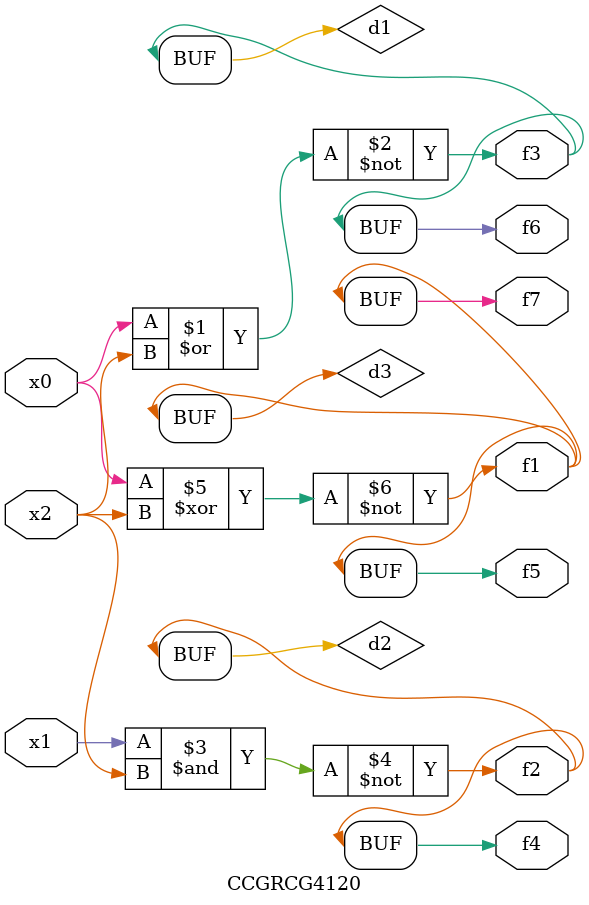
<source format=v>
module CCGRCG4120(
	input x0, x1, x2,
	output f1, f2, f3, f4, f5, f6, f7
);

	wire d1, d2, d3;

	nor (d1, x0, x2);
	nand (d2, x1, x2);
	xnor (d3, x0, x2);
	assign f1 = d3;
	assign f2 = d2;
	assign f3 = d1;
	assign f4 = d2;
	assign f5 = d3;
	assign f6 = d1;
	assign f7 = d3;
endmodule

</source>
